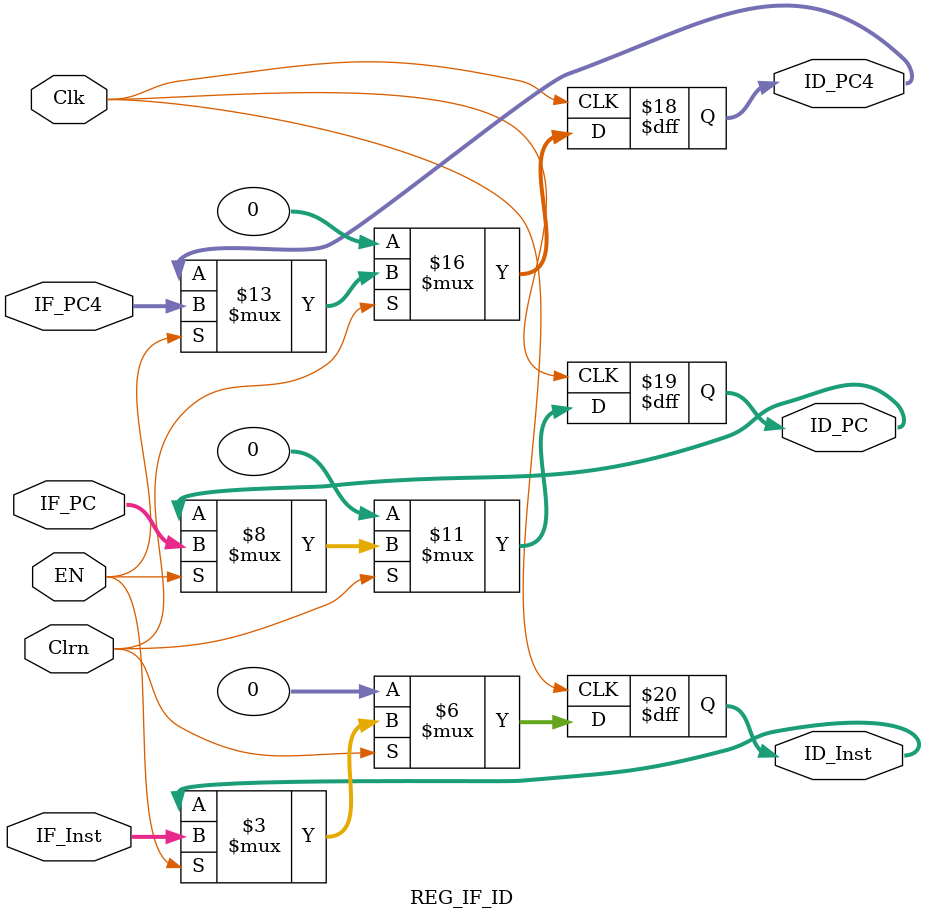
<source format=v>
`timescale 1ns / 1ps

module REG_IF_ID (
    input Clk,                        // Clock signal
    input Clrn,                       // Synchronous clear (active low)
    input [31:0] IF_PC4,              // PC + 4 from IF stage
    input [31:0] IF_PC,               // PC from IF stage
    input [31:0] IF_Inst,             // Instruction from IF stage
    input EN,                         // Enable signal
    output reg [31:0] ID_PC4,         // PC + 4 to ID stage
    output reg [31:0] ID_PC,          // PC to ID stage
    output reg [31:0] ID_Inst         // Instruction to ID stage
);

    // Asynchronous reset and synchronous update on negative edge of clock
    always @(negedge Clk) begin
        if (!Clrn) begin
            ID_PC4  <= 32'h0;
            ID_PC   <= 32'h0;
            ID_Inst <= 32'h0;
        end
        else if (EN) begin
            ID_PC4  <= IF_PC4;
            ID_PC   <= IF_PC;
            ID_Inst <= IF_Inst;
        end
    end

endmodule
</source>
